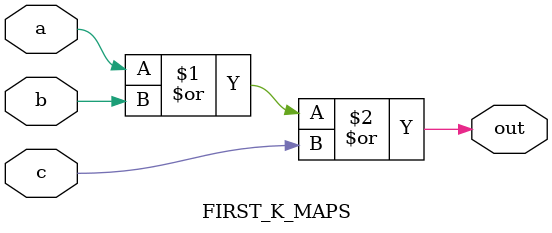
<source format=v>
module FIRST_K_MAPS(
    input a,
    input b,
    input c,
    output out  ); 
 assign out = a|b|c;
endmodule

</source>
